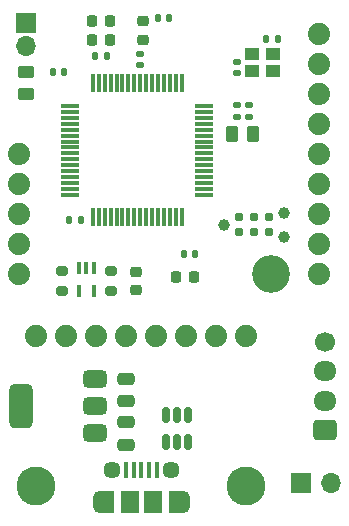
<source format=gts>
G04 #@! TF.GenerationSoftware,KiCad,Pcbnew,9.0.0*
G04 #@! TF.CreationDate,2025-03-18T22:55:58-07:00*
G04 #@! TF.ProjectId,timingGatesSTM32V1,74696d69-6e67-4476-9174-657353544d33,rev?*
G04 #@! TF.SameCoordinates,Original*
G04 #@! TF.FileFunction,Soldermask,Top*
G04 #@! TF.FilePolarity,Negative*
%FSLAX46Y46*%
G04 Gerber Fmt 4.6, Leading zero omitted, Abs format (unit mm)*
G04 Created by KiCad (PCBNEW 9.0.0) date 2025-03-18 22:55:58*
%MOMM*%
%LPD*%
G01*
G04 APERTURE LIST*
G04 Aperture macros list*
%AMRoundRect*
0 Rectangle with rounded corners*
0 $1 Rounding radius*
0 $2 $3 $4 $5 $6 $7 $8 $9 X,Y pos of 4 corners*
0 Add a 4 corners polygon primitive as box body*
4,1,4,$2,$3,$4,$5,$6,$7,$8,$9,$2,$3,0*
0 Add four circle primitives for the rounded corners*
1,1,$1+$1,$2,$3*
1,1,$1+$1,$4,$5*
1,1,$1+$1,$6,$7*
1,1,$1+$1,$8,$9*
0 Add four rect primitives between the rounded corners*
20,1,$1+$1,$2,$3,$4,$5,0*
20,1,$1+$1,$4,$5,$6,$7,0*
20,1,$1+$1,$6,$7,$8,$9,0*
20,1,$1+$1,$8,$9,$2,$3,0*%
G04 Aperture macros list end*
%ADD10R,0.450000X1.000000*%
%ADD11RoundRect,0.218750X-0.218750X-0.256250X0.218750X-0.256250X0.218750X0.256250X-0.218750X0.256250X0*%
%ADD12RoundRect,0.140000X0.170000X-0.140000X0.170000X0.140000X-0.170000X0.140000X-0.170000X-0.140000X0*%
%ADD13R,1.700000X1.700000*%
%ADD14O,1.700000X1.700000*%
%ADD15RoundRect,0.140000X-0.140000X-0.170000X0.140000X-0.170000X0.140000X0.170000X-0.140000X0.170000X0*%
%ADD16RoundRect,0.140000X0.140000X0.170000X-0.140000X0.170000X-0.140000X-0.170000X0.140000X-0.170000X0*%
%ADD17RoundRect,0.375000X0.625000X0.375000X-0.625000X0.375000X-0.625000X-0.375000X0.625000X-0.375000X0*%
%ADD18RoundRect,0.500000X0.500000X1.400000X-0.500000X1.400000X-0.500000X-1.400000X0.500000X-1.400000X0*%
%ADD19RoundRect,0.200000X-0.275000X0.200000X-0.275000X-0.200000X0.275000X-0.200000X0.275000X0.200000X0*%
%ADD20RoundRect,0.250000X0.262500X0.450000X-0.262500X0.450000X-0.262500X-0.450000X0.262500X-0.450000X0*%
%ADD21RoundRect,0.225000X0.225000X0.250000X-0.225000X0.250000X-0.225000X-0.250000X0.225000X-0.250000X0*%
%ADD22C,1.879600*%
%ADD23C,1.700000*%
%ADD24O,1.950000X1.700000*%
%ADD25RoundRect,0.250000X-0.725000X0.600000X-0.725000X-0.600000X0.725000X-0.600000X0.725000X0.600000X0*%
%ADD26C,0.990600*%
%ADD27C,0.787400*%
%ADD28RoundRect,0.075000X-0.075000X0.700000X-0.075000X-0.700000X0.075000X-0.700000X0.075000X0.700000X0*%
%ADD29RoundRect,0.075000X-0.700000X0.075000X-0.700000X-0.075000X0.700000X-0.075000X0.700000X0.075000X0*%
%ADD30RoundRect,0.225000X-0.250000X0.225000X-0.250000X-0.225000X0.250000X-0.225000X0.250000X0.225000X0*%
%ADD31RoundRect,0.250000X0.475000X-0.250000X0.475000X0.250000X-0.475000X0.250000X-0.475000X-0.250000X0*%
%ADD32RoundRect,0.250000X-0.450000X0.262500X-0.450000X-0.262500X0.450000X-0.262500X0.450000X0.262500X0*%
%ADD33C,3.301600*%
%ADD34RoundRect,0.250000X-0.475000X0.250000X-0.475000X-0.250000X0.475000X-0.250000X0.475000X0.250000X0*%
%ADD35RoundRect,0.225000X0.250000X-0.225000X0.250000X0.225000X-0.250000X0.225000X-0.250000X-0.225000X0*%
%ADD36RoundRect,0.140000X-0.170000X0.140000X-0.170000X-0.140000X0.170000X-0.140000X0.170000X0.140000X0*%
%ADD37R,1.150000X1.000000*%
%ADD38C,3.200000*%
%ADD39R,0.400000X1.350000*%
%ADD40O,1.200000X1.900000*%
%ADD41R,1.200000X1.900000*%
%ADD42C,1.450000*%
%ADD43R,1.500000X1.900000*%
%ADD44RoundRect,0.150000X0.150000X-0.512500X0.150000X0.512500X-0.150000X0.512500X-0.150000X-0.512500X0*%
G04 APERTURE END LIST*
D10*
X70980000Y-107870000D03*
X70330000Y-107870000D03*
X69680000Y-107870000D03*
X69680000Y-109870000D03*
X70980000Y-109870000D03*
D11*
X70802500Y-87020000D03*
X72377500Y-87020000D03*
D12*
X83100000Y-95080000D03*
X83100000Y-94120000D03*
D13*
X88500000Y-126140000D03*
D14*
X91040000Y-126140000D03*
D15*
X78590000Y-106750000D03*
X79550000Y-106750000D03*
D16*
X86530000Y-88500000D03*
X85570000Y-88500000D03*
D17*
X71100000Y-121900000D03*
X71100000Y-119600000D03*
D18*
X64800000Y-119600000D03*
D17*
X71100000Y-117300000D03*
D19*
X68240000Y-108175000D03*
X68240000Y-109825000D03*
D20*
X84472500Y-96600000D03*
X82647500Y-96600000D03*
D21*
X72365000Y-88620000D03*
X70815000Y-88620000D03*
D22*
X90069800Y-108437000D03*
X90069800Y-105897000D03*
X90069800Y-103357000D03*
X90069800Y-100817000D03*
X90069800Y-98277000D03*
X90069800Y-95737000D03*
X90069800Y-93197000D03*
X90069800Y-90657000D03*
X90069800Y-88117000D03*
X64669800Y-108437000D03*
X64669800Y-105897000D03*
X64669800Y-103357000D03*
X64669800Y-100817000D03*
X64669800Y-98277000D03*
D12*
X83050000Y-91420000D03*
X83050000Y-90460000D03*
X84100000Y-95080000D03*
X84100000Y-94120000D03*
D16*
X72070000Y-89930000D03*
X71110000Y-89930000D03*
X68460000Y-91310000D03*
X67500000Y-91310000D03*
D15*
X76400000Y-86770000D03*
X77360000Y-86770000D03*
D23*
X90520000Y-114140000D03*
D24*
X90520000Y-116640000D03*
X90520000Y-119140000D03*
D25*
X90520000Y-121640000D03*
D26*
X81960000Y-104235000D03*
X87040000Y-103219000D03*
X87040000Y-105251000D03*
D27*
X83230000Y-104870000D03*
X83230000Y-103600000D03*
X84500000Y-104870000D03*
X84500000Y-103600000D03*
X85770000Y-104870000D03*
X85770000Y-103600000D03*
D21*
X79475000Y-108700000D03*
X77925000Y-108700000D03*
D28*
X78395000Y-92270000D03*
X77895000Y-92270000D03*
X77395000Y-92270000D03*
X76895000Y-92270000D03*
X76395000Y-92270000D03*
X75895000Y-92270000D03*
X75395000Y-92270000D03*
X74895000Y-92270000D03*
X74395000Y-92270000D03*
X73895000Y-92270000D03*
X73395000Y-92270000D03*
X72895000Y-92270000D03*
X72395000Y-92270000D03*
X71895000Y-92270000D03*
X71395000Y-92270000D03*
X70895000Y-92270000D03*
D29*
X68970000Y-94195000D03*
X68970000Y-94695000D03*
X68970000Y-95195000D03*
X68970000Y-95695000D03*
X68970000Y-96195000D03*
X68970000Y-96695000D03*
X68970000Y-97195000D03*
X68970000Y-97695000D03*
X68970000Y-98195000D03*
X68970000Y-98695000D03*
X68970000Y-99195000D03*
X68970000Y-99695000D03*
X68970000Y-100195000D03*
X68970000Y-100695000D03*
X68970000Y-101195000D03*
X68970000Y-101695000D03*
D28*
X70895000Y-103620000D03*
X71395000Y-103620000D03*
X71895000Y-103620000D03*
X72395000Y-103620000D03*
X72895000Y-103620000D03*
X73395000Y-103620000D03*
X73895000Y-103620000D03*
X74395000Y-103620000D03*
X74895000Y-103620000D03*
X75395000Y-103620000D03*
X75895000Y-103620000D03*
X76395000Y-103620000D03*
X76895000Y-103620000D03*
X77395000Y-103620000D03*
X77895000Y-103620000D03*
X78395000Y-103620000D03*
D29*
X80320000Y-101695000D03*
X80320000Y-101195000D03*
X80320000Y-100695000D03*
X80320000Y-100195000D03*
X80320000Y-99695000D03*
X80320000Y-99195000D03*
X80320000Y-98695000D03*
X80320000Y-98195000D03*
X80320000Y-97695000D03*
X80320000Y-97195000D03*
X80320000Y-96695000D03*
X80320000Y-96195000D03*
X80320000Y-95695000D03*
X80320000Y-95195000D03*
X80320000Y-94695000D03*
X80320000Y-94195000D03*
D30*
X74500000Y-108225000D03*
X74500000Y-109775000D03*
D31*
X73700000Y-122850000D03*
X73700000Y-120950000D03*
D13*
X65240000Y-87140000D03*
D14*
X65240000Y-89140000D03*
D32*
X65240000Y-91337500D03*
X65240000Y-93162500D03*
D22*
X83820000Y-113660000D03*
X81280000Y-113660000D03*
X78740000Y-113660000D03*
X76200000Y-113660000D03*
X73660000Y-113660000D03*
X71120000Y-113660000D03*
X68580000Y-113660000D03*
X66040000Y-113660000D03*
D33*
X83820000Y-126360000D03*
X66040000Y-126360000D03*
D34*
X73700000Y-117300000D03*
X73700000Y-119200000D03*
D35*
X75135000Y-88565000D03*
X75135000Y-87015000D03*
D36*
X74870000Y-89780000D03*
X74870000Y-90740000D03*
D37*
X84385000Y-91220000D03*
X86135000Y-91220000D03*
X86135000Y-89820000D03*
X84385000Y-89820000D03*
D19*
X72420000Y-108175000D03*
X72420000Y-109825000D03*
D38*
X86000000Y-108400000D03*
D16*
X69850000Y-103810000D03*
X68890000Y-103810000D03*
D39*
X73700000Y-125037500D03*
X74350000Y-125037500D03*
X75000000Y-125037500D03*
X75650000Y-125037500D03*
X76300000Y-125037500D03*
D40*
X71500000Y-127737500D03*
D41*
X72100000Y-127737500D03*
D42*
X72500000Y-125037500D03*
D43*
X74000000Y-127737500D03*
X76000000Y-127737500D03*
D42*
X77500000Y-125037500D03*
D41*
X77900000Y-127737500D03*
D40*
X78500000Y-127737500D03*
D44*
X77050000Y-122637500D03*
X78000000Y-122637500D03*
X78950000Y-122637500D03*
X78950000Y-120362500D03*
X78000000Y-120362500D03*
X77050000Y-120362500D03*
M02*

</source>
